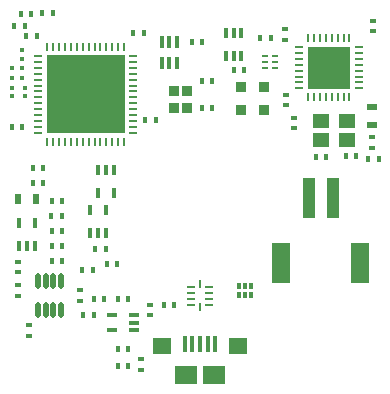
<source format=gtp>
%FSLAX24Y24*%
%MOIN*%
G70*
G01*
G75*
G04 Layer_Color=8421504*
%ADD10C,0.0177*%
%ADD11C,0.0100*%
%ADD12O,0.0295X0.0079*%
%ADD13R,0.0157X0.0236*%
%ADD14R,0.0217X0.0098*%
%ADD15O,0.0315X0.0079*%
%ADD16R,0.0236X0.0157*%
%ADD17R,0.0354X0.0197*%
%ADD18R,0.0157X0.0335*%
%ADD19O,0.0177X0.0532*%
%ADD20R,0.0118X0.0209*%
%ADD21R,0.0118X0.0193*%
%ADD22O,0.0098X0.0276*%
%ADD23O,0.0276X0.0098*%
%ADD24R,0.0335X0.0157*%
%ADD25R,0.0157X0.0532*%
%ADD26R,0.0748X0.0630*%
%ADD27R,0.0630X0.0551*%
%ADD28O,0.0079X0.0315*%
%ADD29R,0.2598X0.2598*%
%ADD30R,0.0138X0.0394*%
%ADD31R,0.0343X0.0343*%
%ADD32R,0.1417X0.1417*%
%ADD33O,0.0079X0.0295*%
%ADD34R,0.0335X0.0374*%
%ADD35R,0.0551X0.0453*%
%ADD36R,0.0197X0.0354*%
%ADD37R,0.0591X0.1339*%
%ADD38R,0.0394X0.1378*%
%ADD39R,0.0138X0.0157*%
%ADD40R,0.0177X0.0177*%
%ADD41C,0.0200*%
%ADD42C,0.0080*%
%ADD43C,0.1260*%
%ADD44C,0.0630*%
%ADD45C,0.0260*%
%ADD46C,0.0290*%
%ADD47C,0.0240*%
%ADD48C,0.0300*%
%ADD49C,0.0340*%
%ADD50R,0.0098X0.0138*%
%ADD51R,0.0187X0.0098*%
%ADD52R,0.0591X0.0236*%
%ADD53O,0.0098X0.0315*%
%ADD54O,0.0315X0.0098*%
%ADD55R,0.1299X0.1299*%
%ADD56R,0.0197X0.0315*%
%ADD57R,0.0394X0.0217*%
%ADD58R,0.0512X0.0217*%
%ADD59R,0.0354X0.0276*%
%ADD60R,0.2362X0.1890*%
%ADD61O,0.0315X0.0157*%
%ADD62C,0.0098*%
%ADD63C,0.0039*%
%ADD64C,0.0079*%
%ADD65C,0.0047*%
%ADD66C,0.0050*%
%ADD67C,0.0040*%
%ADD68R,0.0148X0.0177*%
D12*
X3299Y3885D02*
D03*
Y4082D02*
D03*
Y3491D02*
D03*
Y3688D02*
D03*
Y4278D02*
D03*
Y4475D02*
D03*
Y4672D02*
D03*
Y4869D02*
D03*
X5287D02*
D03*
Y4672D02*
D03*
Y4475D02*
D03*
Y4278D02*
D03*
Y4082D02*
D03*
Y3885D02*
D03*
Y3688D02*
D03*
Y3491D02*
D03*
D13*
X2357Y5170D02*
D03*
X2003D02*
D03*
X1123Y4110D02*
D03*
X1477D02*
D03*
X77Y5050D02*
D03*
X-277D02*
D03*
X-5977Y5980D02*
D03*
X-5623D02*
D03*
X-6197Y5580D02*
D03*
X-5843D02*
D03*
X-5923Y2200D02*
D03*
X-6277D02*
D03*
X-2747Y-5750D02*
D03*
X-2393D02*
D03*
X-2747Y-5190D02*
D03*
X-2393D02*
D03*
X5603Y1120D02*
D03*
X5957D02*
D03*
X-3491Y-1860D02*
D03*
X-3137D02*
D03*
X-2753Y-2350D02*
D03*
X-3107D02*
D03*
X-4603Y-760D02*
D03*
X-4957D02*
D03*
X-4947Y-1279D02*
D03*
X-4593D02*
D03*
X-4937Y-1750D02*
D03*
X-4583D02*
D03*
X-3573Y-2570D02*
D03*
X-3927D02*
D03*
X-4583Y-2250D02*
D03*
X-4937D02*
D03*
X-3891Y-4050D02*
D03*
X-3537D02*
D03*
X-2737Y-3540D02*
D03*
X-2383D02*
D03*
X-1207Y-3715D02*
D03*
X-853D02*
D03*
X-3537Y-3540D02*
D03*
X-3183D02*
D03*
X63Y2850D02*
D03*
X417D02*
D03*
Y3730D02*
D03*
X63D02*
D03*
X-4593Y-270D02*
D03*
X-4947D02*
D03*
X-5223Y840D02*
D03*
X-5577D02*
D03*
X-5223Y350D02*
D03*
X-5577D02*
D03*
X-5797Y5240D02*
D03*
X-5443D02*
D03*
X-4913Y6000D02*
D03*
X-5267D02*
D03*
X-1873Y5350D02*
D03*
X-2227D02*
D03*
X-1463Y2440D02*
D03*
X-1817D02*
D03*
X4853Y1220D02*
D03*
X5207D02*
D03*
X4207Y1200D02*
D03*
X3853D02*
D03*
D14*
X2517Y4577D02*
D03*
Y4380D02*
D03*
Y4183D02*
D03*
X2183D02*
D03*
Y4380D02*
D03*
Y4577D02*
D03*
D15*
X-2235Y3585D02*
D03*
Y3782D02*
D03*
X-5385Y4570D02*
D03*
Y4373D02*
D03*
Y4176D02*
D03*
Y3979D02*
D03*
Y3782D02*
D03*
Y3585D02*
D03*
Y3388D02*
D03*
Y3192D02*
D03*
Y2995D02*
D03*
Y2798D02*
D03*
Y2601D02*
D03*
Y2404D02*
D03*
Y2207D02*
D03*
Y2010D02*
D03*
X-2235D02*
D03*
Y2207D02*
D03*
Y2404D02*
D03*
Y2601D02*
D03*
Y2798D02*
D03*
Y2995D02*
D03*
Y3192D02*
D03*
Y3388D02*
D03*
Y3979D02*
D03*
Y4176D02*
D03*
Y4373D02*
D03*
Y4570D02*
D03*
D16*
X2850Y5467D02*
D03*
Y5113D02*
D03*
X-5710Y-4767D02*
D03*
Y-4413D02*
D03*
X-6060Y-2647D02*
D03*
Y-2293D02*
D03*
Y-3066D02*
D03*
Y-3420D02*
D03*
X-3990Y-3233D02*
D03*
Y-3587D02*
D03*
X-1660Y-4070D02*
D03*
Y-3715D02*
D03*
X5760Y5747D02*
D03*
Y5393D02*
D03*
X3130Y2153D02*
D03*
Y2507D02*
D03*
X2870Y2923D02*
D03*
Y3277D02*
D03*
X5750Y1867D02*
D03*
Y1513D02*
D03*
X-1960Y-5540D02*
D03*
Y-5894D02*
D03*
D17*
X5750Y2285D02*
D03*
Y2875D02*
D03*
D18*
X-3649Y-576D02*
D03*
X-3137D02*
D03*
Y-1324D02*
D03*
X-3393D02*
D03*
X-3649D02*
D03*
X-6026Y-1002D02*
D03*
X-5514D02*
D03*
Y-1750D02*
D03*
X-5770D02*
D03*
X-6026D02*
D03*
X-2874Y6D02*
D03*
X-3386D02*
D03*
Y754D02*
D03*
X-3130D02*
D03*
X-2874D02*
D03*
X1376Y4576D02*
D03*
X864D02*
D03*
Y5324D02*
D03*
X1120D02*
D03*
X1376D02*
D03*
X1120Y4576D02*
D03*
D19*
X-5404Y-3902D02*
D03*
X-5148D02*
D03*
X-4892D02*
D03*
X-4636D02*
D03*
X-5404Y-2918D02*
D03*
X-5148D02*
D03*
X-4892D02*
D03*
X-4636D02*
D03*
D20*
X1303Y-3400D02*
D03*
D21*
X1500Y-3408D02*
D03*
X1697D02*
D03*
Y-3112D02*
D03*
X1500D02*
D03*
X1303D02*
D03*
D22*
X0Y-3814D02*
D03*
Y-3026D02*
D03*
D23*
X-315Y-3715D02*
D03*
Y-3518D02*
D03*
Y-3322D02*
D03*
Y-3125D02*
D03*
X315D02*
D03*
Y-3322D02*
D03*
Y-3518D02*
D03*
Y-3715D02*
D03*
D24*
X-2934Y-4581D02*
D03*
Y-4070D02*
D03*
X-2186D02*
D03*
Y-4326D02*
D03*
Y-4581D02*
D03*
D25*
X-512Y-5017D02*
D03*
X-256D02*
D03*
X512D02*
D03*
X256D02*
D03*
X0D02*
D03*
D26*
X472Y-6070D02*
D03*
X-472D02*
D03*
D27*
X1260Y-5086D02*
D03*
X-1260D02*
D03*
D28*
X-5090Y1715D02*
D03*
X-4893D02*
D03*
X-4696D02*
D03*
X-4499D02*
D03*
X-4302D02*
D03*
X-4105D02*
D03*
X-3908D02*
D03*
X-3712D02*
D03*
X-3515D02*
D03*
X-3318D02*
D03*
X-3121D02*
D03*
X-2924D02*
D03*
X-2727D02*
D03*
X-2530D02*
D03*
Y4865D02*
D03*
X-2727D02*
D03*
X-2924D02*
D03*
X-3121D02*
D03*
X-3318D02*
D03*
X-3515D02*
D03*
X-3712D02*
D03*
X-3908D02*
D03*
X-4105D02*
D03*
X-4302D02*
D03*
X-4499D02*
D03*
X-4696D02*
D03*
X-4893D02*
D03*
X-5090D02*
D03*
D29*
X-3810Y3290D02*
D03*
D30*
X-764Y4336D02*
D03*
X-1020D02*
D03*
X-1276D02*
D03*
X-1276Y5044D02*
D03*
X-1020D02*
D03*
X-764D02*
D03*
D31*
X2122Y3542D02*
D03*
Y2778D02*
D03*
X1358D02*
D03*
Y3542D02*
D03*
D32*
X4293Y4180D02*
D03*
D33*
X4982Y3186D02*
D03*
X4785D02*
D03*
X4588D02*
D03*
X4392D02*
D03*
X4195D02*
D03*
X3998D02*
D03*
X3801D02*
D03*
X3604D02*
D03*
Y5174D02*
D03*
X3801D02*
D03*
X3998D02*
D03*
X4195D02*
D03*
X4392D02*
D03*
X4588D02*
D03*
X4785D02*
D03*
X4982D02*
D03*
D34*
X-424Y3415D02*
D03*
Y2845D02*
D03*
X-876D02*
D03*
Y3415D02*
D03*
D35*
X4913Y2395D02*
D03*
X4047D02*
D03*
Y1765D02*
D03*
X4913D02*
D03*
D36*
X-5475Y-190D02*
D03*
X-6065D02*
D03*
D37*
X5349Y-2345D02*
D03*
X2711D02*
D03*
D38*
X4424Y-160D02*
D03*
X3636D02*
D03*
D39*
X-6270Y3508D02*
D03*
Y3232D02*
D03*
X-5840Y3508D02*
D03*
Y3232D02*
D03*
X-5930Y4482D02*
D03*
Y4758D02*
D03*
D40*
X-6267Y4167D02*
D03*
X-5933D02*
D03*
X-6267Y3833D02*
D03*
X-5933D02*
D03*
M02*

</source>
